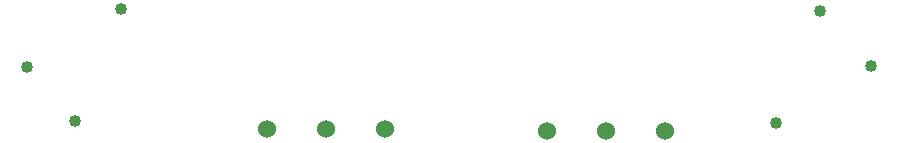
<source format=gbr>
G04 PROTEUS GERBER X2 FILE*
%TF.GenerationSoftware,Labcenter,Proteus,8.13-SP0-Build31525*%
%TF.CreationDate,2024-11-27T16:09:25+00:00*%
%TF.FileFunction,Plated,1,2,PTH*%
%TF.FilePolarity,Positive*%
%TF.Part,Single*%
%TF.SameCoordinates,{6c36026d-0d5a-4654-bc71-8b13258c69e2}*%
%FSLAX45Y45*%
%MOMM*%
G01*
%TA.AperFunction,ComponentDrill*%
%ADD21C,1.524000*%
%TA.AperFunction,ComponentDrill*%
%ADD22C,1.016000*%
%TD.AperFunction*%
D21*
X+3294746Y+820000D03*
X+2794366Y+820000D03*
X+2293986Y+820000D03*
X+5664746Y+810000D03*
X+5164366Y+810000D03*
X+4663986Y+810000D03*
D22*
X+664746Y+890000D03*
X+1054746Y+1840000D03*
X+264746Y+1350000D03*
X+6974746Y+1820000D03*
X+6604746Y+870000D03*
X+7404746Y+1360000D03*
M02*

</source>
